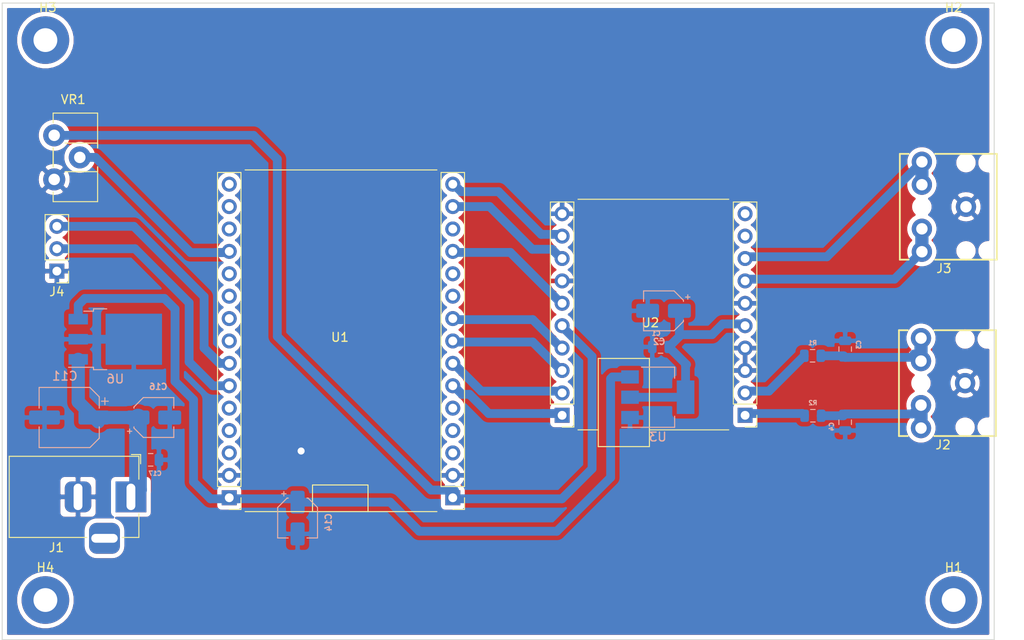
<source format=kicad_pcb>
(kicad_pcb (version 20171130) (host pcbnew "(5.1.5)-3")
  (layers (0 F.Cu signal) (31 B.Cu signal) (34 B.Paste user) (35 F.Paste user) (36 B.SilkS user) (37 F.SilkS user) (38 B.Mask user) (39 F.Mask user) (44 Edge.Cuts user))
  (net 0 "")
  (net 1 GND)
  (net 2 MCLK)
  (net 3 SCL)
  (net 4 SDA)
  (net 5 DIN)
  (net 6 DOUT)
  (net 7 LRCLK)
  (net 8 +3V3)
  (net 9 SCLK)
  (net 10 +3.3VA)
  (net 11 12V-On)
  (net 12 +5V)
  (net 13 "Net-(U1-Pad5)")
  (net 14 "Net-(C3-Pad1)")
  (net 15 "Net-(C4-Pad1)")
  (net 16 "Net-(J3-PadRING)")
  (net 17 "Net-(J3-PadTIP)")
  (net 18 "Net-(R1-Pad1)")
  (net 19 "Net-(R2-Pad1)")
  (net 20 "Net-(J4-Pad3)")
  (net 21 "Net-(J4-Pad2)")
  (module Xenir:ESP32-15Pin (layer F.Cu) (at 154.4 87.4 180)
    (fp_text reference U1 (at 0 22) (layer F.SilkS))
    (fp_text value ESP32-15-PIN)
    (fp_line (start -11 40.9778) (end 10.75 40.9778) (layer F.SilkS) (width 0.12))
    (fp_line (start -11 2.2278) (end 10.75 2.2278) (layer F.SilkS) (width 0.12))
    (fp_line (start 3.108 5.25) (end -3.1722 5.25) (layer F.SilkS) (width 0.12))
    (fp_line (start 3.108 2.2278) (end 3.108 5.25) (layer F.SilkS) (width 0.12))
    (fp_line (start -3.1878 5.25) (end -3.1878 2.2278) (layer F.SilkS) (width 0.12))
    (fp_line (start 11.22 40.69) (end 13.88 40.69) (layer F.SilkS) (width 0.12))
    (fp_line (start 11.22 5.07) (end 11.22 40.69) (layer F.SilkS) (width 0.12))
    (fp_line (start 11.22 3.8) (end 11.22 2.47) (layer F.SilkS) (width 0.12))
    (fp_line (start 13.88 5.07) (end 13.88 40.69) (layer F.SilkS) (width 0.12))
    (fp_line (start 11.22 5.07) (end 13.88 5.07) (layer F.SilkS) (width 0.12))
    (fp_line (start 11.22 2.47) (end 12.55 2.47) (layer F.SilkS) (width 0.12))
    (fp_line (start -14.13 40.69) (end -11.47 40.69) (layer F.SilkS) (width 0.12))
    (fp_line (start -14.13 5.07) (end -14.13 40.69) (layer F.SilkS) (width 0.12))
    (fp_line (start -14.13 3.8) (end -14.13 2.47) (layer F.SilkS) (width 0.12))
    (fp_line (start -11.47 5.07) (end -11.47 40.69) (layer F.SilkS) (width 0.12))
    (fp_line (start -14.13 5.07) (end -11.47 5.07) (layer F.SilkS) (width 0.12))
    (fp_line (start -14.13 2.47) (end -12.8 2.47) (layer F.SilkS) (width 0.12))
    (pad 5 thru_hole oval (at 12.55 31.74 180) (size 1.7 1.7) (drill 1) (layers *.Cu *.Mask) (net 13 "Net-(U1-Pad5)"))
    (pad 4 thru_hole oval (at 12.55 34.28 180) (size 1.7 1.7) (drill 1) (layers *.Cu *.Mask))
    (pad 12 thru_hole oval (at 12.55 13.96 180) (size 1.7 1.7) (drill 1) (layers *.Cu *.Mask))
    (pad 3 thru_hole oval (at 12.55 36.82 180) (size 1.7 1.7) (drill 1) (layers *.Cu *.Mask))
    (pad 2 thru_hole oval (at 12.55 39.36 180) (size 1.7 1.7) (drill 1) (layers *.Cu *.Mask))
    (pad 13 thru_hole oval (at 12.55 11.42 180) (size 1.7 1.7) (drill 1) (layers *.Cu *.Mask))
    (pad 7 thru_hole oval (at 12.55 26.66 180) (size 1.7 1.7) (drill 1) (layers *.Cu *.Mask))
    (pad 6 thru_hole oval (at 12.55 29.2 180) (size 1.7 1.7) (drill 1) (layers *.Cu *.Mask))
    (pad 10 thru_hole oval (at 12.55 19.04 180) (size 1.7 1.7) (drill 1) (layers *.Cu *.Mask) (net 20 "Net-(J4-Pad3)"))
    (pad 8 thru_hole oval (at 12.55 24.12 180) (size 1.7 1.7) (drill 1) (layers *.Cu *.Mask))
    (pad 19 thru_hole rect (at 12.55 3.8 180) (size 1.7 1.7) (drill 1) (layers *.Cu *.Mask) (net 12 +5V))
    (pad 11 thru_hole oval (at 12.55 16.5 180) (size 1.7 1.7) (drill 1) (layers *.Cu *.Mask) (net 21 "Net-(J4-Pad2)"))
    (pad 14 thru_hole oval (at 12.55 6.34 180) (size 1.7 1.7) (drill 1) (layers *.Cu *.Mask) (net 1 GND))
    (pad 15 thru_hole oval (at 12.55 8.88 180) (size 1.7 1.7) (drill 1) (layers *.Cu *.Mask))
    (pad 9 thru_hole oval (at 12.55 21.58 180) (size 1.7 1.7) (drill 1) (layers *.Cu *.Mask))
    (pad 24 thru_hole oval (at -12.8 31.74 180) (size 1.7 1.7) (drill 1) (layers *.Cu *.Mask) (net 2 MCLK))
    (pad 23 thru_hole oval (at -12.8 34.28 180) (size 1.7 1.7) (drill 1) (layers *.Cu *.Mask))
    (pad 32 thru_hole oval (at -12.8 13.96 180) (size 1.7 1.7) (drill 1) (layers *.Cu *.Mask))
    (pad 22 thru_hole oval (at -12.8 36.82 180) (size 1.7 1.7) (drill 1) (layers *.Cu *.Mask) (net 3 SCL))
    (pad 21 thru_hole oval (at -12.8 39.36 180) (size 1.7 1.7) (drill 1) (layers *.Cu *.Mask) (net 4 SDA))
    (pad 34 thru_hole oval (at -12.8 11.42 180) (size 1.7 1.7) (drill 1) (layers *.Cu *.Mask))
    (pad 27 thru_hole oval (at -12.8 26.66 180) (size 1.7 1.7) (drill 1) (layers *.Cu *.Mask))
    (pad 25 thru_hole oval (at -12.8 29.2 180) (size 1.7 1.7) (drill 1) (layers *.Cu *.Mask))
    (pad 30 thru_hole oval (at -12.8 19.04 180) (size 1.7 1.7) (drill 1) (layers *.Cu *.Mask) (net 7 LRCLK))
    (pad 28 thru_hole oval (at -12.8 24.12 180) (size 1.7 1.7) (drill 1) (layers *.Cu *.Mask) (net 9 SCLK))
    (pad 1 thru_hole rect (at -12.8 3.8 180) (size 1.7 1.7) (drill 1) (layers *.Cu *.Mask) (net 8 +3V3))
    (pad 31 thru_hole oval (at -12.8 16.5 180) (size 1.7 1.7) (drill 1) (layers *.Cu *.Mask) (net 6 DOUT))
    (pad 14 thru_hole oval (at -12.8 6.34 180) (size 1.7 1.7) (drill 1) (layers *.Cu *.Mask) (net 1 GND))
    (pad 35 thru_hole oval (at -12.8 8.88 180) (size 1.7 1.7) (drill 1) (layers *.Cu *.Mask))
    (pad 29 thru_hole oval (at -12.8 21.58 180) (size 1.7 1.7) (drill 1) (layers *.Cu *.Mask) (net 5 DIN))
  )
  (module Xenir:PCBArtist-ES8388 (layer F.Cu) (at 190.1 67 180)
    (fp_text reference U2 (at 0.5 3.25) (layer F.SilkS))
    (fp_text value PCBARTISTS-ES8388)
    (fp_line (start 6.4 -8.9) (end 8.7 -8.9) (layer F.SilkS) (width 0.12))
    (fp_line (start 6.4 -0.8) (end 6.4 -10.8) (layer F.SilkS) (width 0.12))
    (fp_line (start 0.6 -0.8) (end 0.6 -10.8) (layer F.SilkS) (width 0.12))
    (fp_line (start 0.6 -0.8) (end 6.4 -0.8) (layer F.SilkS) (width 0.12))
    (fp_line (start 0.6 -10.8) (end 6.4 -10.8) (layer F.SilkS) (width 0.12))
    (fp_line (start -8.4 -8.9) (end 0.6 -8.9) (layer F.SilkS) (width 0.12))
    (fp_line (start -8.4 17.25) (end 8.7 17.25) (layer F.SilkS) (width 0.12))
    (fp_line (start 9.17 -7.25) (end 9.17 -8.58) (layer F.SilkS) (width 0.12))
    (fp_line (start 9.17 -8.58) (end 10.5 -8.58) (layer F.SilkS) (width 0.12))
    (fp_line (start 9.17 -5.98) (end 9.17 16.94) (layer F.SilkS) (width 0.12))
    (fp_line (start 9.17 16.94) (end 11.83 16.94) (layer F.SilkS) (width 0.12))
    (fp_line (start 9.17 -5.98) (end 11.83 -5.98) (layer F.SilkS) (width 0.12))
    (fp_line (start 11.83 -5.98) (end 11.83 16.94) (layer F.SilkS) (width 0.12))
    (fp_line (start -11.58 -7.25) (end -11.58 -8.58) (layer F.SilkS) (width 0.12))
    (fp_line (start -11.58 -8.58) (end -10.25 -8.58) (layer F.SilkS) (width 0.12))
    (fp_line (start -11.58 -5.98) (end -11.58 16.94) (layer F.SilkS) (width 0.12))
    (fp_line (start -11.58 16.94) (end -8.92 16.94) (layer F.SilkS) (width 0.12))
    (fp_line (start -11.58 -5.98) (end -8.92 -5.98) (layer F.SilkS) (width 0.12))
    (fp_line (start -8.92 -5.98) (end -8.92 16.94) (layer F.SilkS) (width 0.12))
    (pad 8 thru_hole rect (at 10.5 -7.25 180) (size 1.7 1.7) (drill 1) (layers *.Cu *.Mask) (net 6 DOUT))
    (pad 7 thru_hole oval (at 10.5 -4.71 180) (size 1.7 1.7) (drill 1) (layers *.Cu *.Mask) (net 7 LRCLK))
    (pad 6 thru_hole oval (at 10.5 -2.17 180) (size 1.7 1.7) (drill 1) (layers *.Cu *.Mask) (net 5 DIN))
    (pad 5 thru_hole oval (at 10.5 0.37 180) (size 1.7 1.7) (drill 1) (layers *.Cu *.Mask) (net 9 SCLK))
    (pad 2 thru_hole oval (at 10.5 2.91 180) (size 1.7 1.7) (drill 1) (layers *.Cu *.Mask) (net 8 +3V3))
    (pad 27 thru_hole oval (at 10.5 13.07 180) (size 1.7 1.7) (drill 1) (layers *.Cu *.Mask) (net 4 SDA))
    (pad 1 thru_hole oval (at 10.5 5.45 180) (size 1.7 1.7) (drill 1) (layers *.Cu *.Mask) (net 2 MCLK))
    (pad 4 thru_hole oval (at 10.5 7.99 180) (size 1.7 1.7) (drill 1) (layers *.Cu *.Mask) (net 1 GND))
    (pad 4 thru_hole oval (at 10.5 15.61 180) (size 1.7 1.7) (drill 1) (layers *.Cu *.Mask) (net 1 GND))
    (pad 28 thru_hole oval (at 10.5 10.53 180) (size 1.7 1.7) (drill 1) (layers *.Cu *.Mask) (net 3 SCL))
    (pad 14 thru_hole rect (at -10.25 -7.25 180) (size 1.7 1.7) (drill 1) (layers *.Cu *.Mask) (net 19 "Net-(R2-Pad1)"))
    (pad 15 thru_hole oval (at -10.25 -4.71 180) (size 1.7 1.7) (drill 1) (layers *.Cu *.Mask) (net 18 "Net-(R1-Pad1)"))
    (pad 4 thru_hole oval (at -10.25 -2.17 180) (size 1.7 1.7) (drill 1) (layers *.Cu *.Mask) (net 1 GND))
    (pad 4 thru_hole oval (at -10.25 0.37 180) (size 1.7 1.7) (drill 1) (layers *.Cu *.Mask) (net 1 GND))
    (pad 17 thru_hole oval (at -10.25 2.91 270) (size 1.7 1.7) (drill 1) (layers *.Cu *.Mask) (net 10 +3.3VA))
    (pad 23 thru_hole oval (at -10.25 13.07 180) (size 1.7 1.7) (drill 1) (layers *.Cu *.Mask))
    (pad 4 thru_hole oval (at -10.25 5.45 180) (size 1.7 1.7) (drill 1) (layers *.Cu *.Mask) (net 1 GND))
    (pad 21 thru_hole oval (at -10.25 7.99 180) (size 1.7 1.7) (drill 1) (layers *.Cu *.Mask) (net 16 "Net-(J3-PadRING)"))
    (pad 24 thru_hole oval (at -10.25 15.61 180) (size 1.7 1.7) (drill 1) (layers *.Cu *.Mask))
    (pad 22 thru_hole oval (at -10.25 10.53 180) (size 1.7 1.7) (drill 1) (layers *.Cu *.Mask) (net 17 "Net-(J3-PadTIP)"))
  )
  (module MountingHole:MountingHole_2.7mm_M2.5_Pad (layer F.Cu) (at 121 95.2)
    (fp_text reference H4 (at 0 -3.7) (layer F.SilkS))
    (fp_text value MountingHole)
    (pad 1 thru_hole circle (at 0 0) (size 5.4 5.4) (drill 2.7) (layers *.Cu *.Mask))
  )
  (module MountingHole:MountingHole_2.7mm_M2.5_Pad (layer F.Cu) (at 121.275001 31.7)
    (fp_text reference H3 (at 0 -3.7) (layer F.SilkS))
    (fp_text value MountingHole)
    (pad 1 thru_hole circle (at -0.275001 0) (size 5.4 5.4) (drill 2.7) (layers *.Cu *.Mask))
  )
  (module MountingHole:MountingHole_2.7mm_M2.5_Pad (layer F.Cu) (at 224 31.7)
    (fp_text reference H2 (at 0 -3.7) (layer F.SilkS))
    (fp_text value MountingHole)
    (pad 1 thru_hole circle (at 0 0) (size 5.4 5.4) (drill 2.7) (layers *.Cu *.Mask))
  )
  (module MountingHole:MountingHole_2.7mm_M2.5_Pad (layer F.Cu) (at 224 95.2)
    (fp_text reference H1 (at 0 -3.7) (layer F.SilkS))
    (fp_text value MountingHole)
    (pad 1 thru_hole circle (at 0 0) (size 5.4 5.4) (drill 2.7) (layers *.Cu *.Mask))
  )
  (module "Xenir:Trimpot Vertical" (layer F.Cu) (at 123.397 39.706)
    (fp_text reference VR1 (at 0.762 -1.27) (layer F.SilkS))
    (fp_text value Trimpot)
    (fp_line (start -0.16 3.674) (end 3.523 3.674) (layer F.SilkS) (width 0.12))
    (fp_line (start 3.523 6.367) (end 3.523 6.914) (layer F.SilkS) (width 0.12))
    (fp_line (start -1.518 0.273) (end 3.523 0.273) (layer F.SilkS) (width 0.12))
    (fp_line (start 3.523 3.674) (end 3.523 4.222) (layer F.SilkS) (width 0.12))
    (fp_line (start -1.518 4.22) (end -1.518 6.369) (layer F.SilkS) (width 0.12))
    (fp_line (start 3.523 0.273) (end 3.523 4.222) (layer F.SilkS) (width 0.12))
    (fp_line (start 3.523 6.367) (end 3.523 10.314) (layer F.SilkS) (width 0.12))
    (fp_line (start -1.518 10.314) (end 3.523 10.314) (layer F.SilkS) (width 0.12))
    (fp_line (start -0.16 6.914) (end 3.523 6.914) (layer F.SilkS) (width 0.12))
    (fp_line (start -1.518 0.273) (end -1.518 1.368) (layer F.SilkS) (width 0.12))
    (fp_line (start -1.518 4.22) (end -1.518 6.369) (layer F.SilkS) (width 0.12))
    (fp_line (start -1.518 9.219) (end -1.518 10.314) (layer F.SilkS) (width 0.12))
    (pad 1 thru_hole circle (at -1.397 2.794) (size 2.5 2.5) (drill 1.3) (layers *.Cu *.Mask) (net 8 +3V3))
    (pad 3 thru_hole circle (at -1.397 7.794) (size 2.5 2.5) (drill 1.3) (layers *.Cu *.Mask) (net 1 GND))
    (pad 2 thru_hole circle (at 1.503 5.294) (size 2.5 2.5) (drill 1.3) (layers *.Cu *.Mask) (net 13 "Net-(U1-Pad5)"))
  )
  (module Connector_PinHeader_2.54mm:PinHeader_1x03_P2.54mm_Vertical (layer F.Cu) (at 122.3 57.9 180)
    (fp_text reference J4 (at 0 -2.33) (layer F.SilkS))
    (fp_text value Conn_01x03)
    (fp_line (start -1.33 -1.33) (end 0 -1.33) (layer F.SilkS) (width 0.12))
    (fp_line (start -1.33 0) (end -1.33 -1.33) (layer F.SilkS) (width 0.12))
    (fp_line (start -1.33 1.27) (end 1.33 1.27) (layer F.SilkS) (width 0.12))
    (fp_line (start 1.33 1.27) (end 1.33 6.41) (layer F.SilkS) (width 0.12))
    (fp_line (start -1.33 1.27) (end -1.33 6.41) (layer F.SilkS) (width 0.12))
    (fp_line (start -1.33 6.41) (end 1.33 6.41) (layer F.SilkS) (width 0.12))
    (pad 3 thru_hole oval (at 0 5.08 180) (size 1.7 1.7) (drill 1) (layers *.Cu *.Mask) (net 20 "Net-(J4-Pad3)"))
    (pad 2 thru_hole oval (at 0 2.54 180) (size 1.7 1.7) (drill 1) (layers *.Cu *.Mask) (net 21 "Net-(J4-Pad2)"))
    (pad 1 thru_hole rect (at 0 0 180) (size 1.7 1.7) (drill 1) (layers *.Cu *.Mask) (net 1 GND))
  )
  (module "Xenir:Resistor 0805" (layer B.Cu) (at 208.0375 76.84)
    (fp_text reference R2 (at 0 -4) (layer B.SilkS) (effects (font (size 0.5 0.5) (thickness 0.125)) (justify mirror)))
    (fp_text value 100)
    (fp_line (start -0.258578 -1.83) (end 0.258578 -1.83) (layer B.SilkS) (width 0.12))
    (fp_line (start -0.258578 -3.25) (end 0.258578 -3.25) (layer B.SilkS) (width 0.12))
    (pad 2 smd roundrect (at 0.9375 -2.54) (size 0.975 1.4) (layers B.Cu B.Paste B.Mask) (net 15 "Net-(C4-Pad1)"))
    (pad 1 smd roundrect (at -0.9375 -2.54) (size 0.975 1.4) (layers B.Cu B.Paste B.Mask) (net 19 "Net-(R2-Pad1)"))
  )
  (module "Xenir:Resistor 0805" (layer B.Cu) (at 208 70.04)
    (fp_text reference R1 (at 0 -4) (layer B.SilkS) (effects (font (size 0.5 0.5) (thickness 0.125)) (justify mirror)))
    (fp_text value 100)
    (fp_line (start -0.258578 -1.83) (end 0.258578 -1.83) (layer B.SilkS) (width 0.12))
    (fp_line (start -0.258578 -3.25) (end 0.258578 -3.25) (layer B.SilkS) (width 0.12))
    (pad 2 smd roundrect (at 0.9375 -2.54) (size 0.975 1.4) (layers B.Cu B.Paste B.Mask) (net 14 "Net-(C3-Pad1)"))
    (pad 1 smd roundrect (at -0.9375 -2.54) (size 0.975 1.4) (layers B.Cu B.Paste B.Mask) (net 18 "Net-(R1-Pad1)"))
  )
  (module Xenir:Audio_Jack (layer F.Cu) (at 223.4 59.1 180)
    (fp_text reference J3 (at 0.5 1.5) (layer F.SilkS))
    (fp_text value Audio_Jack)
    (fp_line (start -5.5 2.5) (end -5.5 14.5) (layer F.SilkS) (width 0.2032))
    (fp_line (start 5.5 2.5) (end 5.5 14.5) (layer F.SilkS) (width 0.2032))
    (fp_line (start -5.5 14.5) (end 1.5 14.5) (layer F.SilkS) (width 0.2032))
    (fp_line (start 5.5 14.5) (end 4.5 14.5) (layer F.SilkS) (width 0.2032))
    (fp_line (start 5.5 2.5) (end 4.5 2.5) (layer F.SilkS) (width 0.2032))
    (fp_line (start -5.5 2.5) (end 1.5 2.5) (layer F.SilkS) (width 0.2032))
    (pad "" np_thru_hole circle (at -4.5 3.5 180) (size 1.2 1.2) (drill 1.2) (layers *.Cu *.Mask))
    (pad "" np_thru_hole circle (at -2 3.5 180) (size 1.2 1.2) (drill 1.2) (layers *.Cu *.Mask))
    (pad RING thru_hole circle (at 3 3.4 180) (size 2.3 2.3) (drill 1.3) (layers *.Cu *.Mask) (net 16 "Net-(J3-PadRING)"))
    (pad "" np_thru_hole circle (at 3 8.5 180) (size 1.2 1.2) (drill 1.2) (layers *.Cu *.Mask))
    (pad SLEEVE thru_hole circle (at -2 8.5 180) (size 2.3 2.3) (drill 1.3) (layers *.Cu *.Mask) (net 1 GND))
    (pad "" np_thru_hole circle (at -2 13.5 180) (size 1.2 1.2) (drill 1.2) (layers *.Cu *.Mask))
    (pad TIP thru_hole circle (at 3 13.6 180) (size 2.3 2.3) (drill 1.3) (layers *.Cu *.Mask) (net 17 "Net-(J3-PadTIP)"))
    (pad TSH thru_hole circle (at 3 11 180) (size 2.3 2.3) (drill 1.3) (layers *.Cu *.Mask) (net 17 "Net-(J3-PadTIP)"))
    (pad "" np_thru_hole circle (at -4.5 13.5 180) (size 1.2 1.2) (drill 1.2) (layers *.Cu *.Mask))
    (pad RSH thru_hole circle (at 3 6 180) (size 2.3 2.3) (drill 1.3) (layers *.Cu *.Mask) (net 16 "Net-(J3-PadRING)"))
  )
  (module Xenir:Audio_Jack (layer F.Cu) (at 223.3 79.1 180)
    (fp_text reference J2 (at 0.5 1.5) (layer F.SilkS))
    (fp_text value Audio_Jack)
    (fp_line (start -5.5 2.5) (end -5.5 14.5) (layer F.SilkS) (width 0.2032))
    (fp_line (start 5.5 2.5) (end 5.5 14.5) (layer F.SilkS) (width 0.2032))
    (fp_line (start -5.5 14.5) (end 1.5 14.5) (layer F.SilkS) (width 0.2032))
    (fp_line (start 5.5 14.5) (end 4.5 14.5) (layer F.SilkS) (width 0.2032))
    (fp_line (start 5.5 2.5) (end 4.5 2.5) (layer F.SilkS) (width 0.2032))
    (fp_line (start -5.5 2.5) (end 1.5 2.5) (layer F.SilkS) (width 0.2032))
    (pad "" np_thru_hole circle (at -4.5 3.5 180) (size 1.2 1.2) (drill 1.2) (layers *.Cu *.Mask))
    (pad "" np_thru_hole circle (at -2 3.5 180) (size 1.2 1.2) (drill 1.2) (layers *.Cu *.Mask))
    (pad RING thru_hole circle (at 3 3.4 180) (size 2.3 2.3) (drill 1.3) (layers *.Cu *.Mask) (net 15 "Net-(C4-Pad1)"))
    (pad "" np_thru_hole circle (at 3 8.5 180) (size 1.2 1.2) (drill 1.2) (layers *.Cu *.Mask))
    (pad SLEEVE thru_hole circle (at -2 8.5 180) (size 2.3 2.3) (drill 1.3) (layers *.Cu *.Mask) (net 1 GND))
    (pad "" np_thru_hole circle (at -2 13.5 180) (size 1.2 1.2) (drill 1.2) (layers *.Cu *.Mask))
    (pad TIP thru_hole circle (at 3 13.6 180) (size 2.3 2.3) (drill 1.3) (layers *.Cu *.Mask) (net 14 "Net-(C3-Pad1)"))
    (pad TSH thru_hole circle (at 3 11 180) (size 2.3 2.3) (drill 1.3) (layers *.Cu *.Mask) (net 14 "Net-(C3-Pad1)"))
    (pad "" np_thru_hole circle (at -4.5 13.5 180) (size 1.2 1.2) (drill 1.2) (layers *.Cu *.Mask))
    (pad RSH thru_hole circle (at 3 6 180) (size 2.3 2.3) (drill 1.3) (layers *.Cu *.Mask) (net 15 "Net-(C4-Pad1)"))
  )
  (module "Xenir:Capacitor 0805" (layer B.Cu) (at 209.16 75.0375 270)
    (fp_text reference C4 (at 0.5 -1 90) (layer B.SilkS) (effects (font (size 0.5 0.5) (thickness 0.125)) (justify mirror)))
    (fp_text value .1uF)
    (fp_line (start -0.258578 -3.25) (end 0.258578 -3.25) (layer B.SilkS) (width 0.12))
    (fp_line (start -0.258578 -1.83) (end 0.258578 -1.83) (layer B.SilkS) (width 0.12))
    (pad 2 smd roundrect (at 0.9375 -2.54 270) (size 0.975 1.4) (layers B.Cu B.Paste B.Mask) (net 1 GND))
    (pad 1 smd roundrect (at -0.9375 -2.54 270) (size 0.975 1.4) (layers B.Cu B.Paste B.Mask) (net 15 "Net-(C4-Pad1)"))
  )
  (module "Xenir:Capacitor 0805" (layer B.Cu) (at 214.24 66.7375 90)
    (fp_text reference C3 (at 0.5 -1 90) (layer B.SilkS) (effects (font (size 0.5 0.5) (thickness 0.125)) (justify mirror)))
    (fp_text value .1uF)
    (fp_line (start -0.258578 -3.25) (end 0.258578 -3.25) (layer B.SilkS) (width 0.12))
    (fp_line (start -0.258578 -1.83) (end 0.258578 -1.83) (layer B.SilkS) (width 0.12))
    (pad 2 smd roundrect (at 0.9375 -2.54 90) (size 0.975 1.4) (layers B.Cu B.Paste B.Mask) (net 1 GND))
    (pad 1 smd roundrect (at -0.9375 -2.54 90) (size 0.975 1.4) (layers B.Cu B.Paste B.Mask) (net 14 "Net-(C3-Pad1)"))
  )
  (module Package_TO_SOT_SMD:TO-252-3_TabPin2 (layer B.Cu) (at 128.925 65.625)
    (fp_text reference U6 (at 0 4.5) (layer B.SilkS) (effects (justify mirror)))
    (fp_text value MCP1703A-2502_SOT223)
    (fp_line (start -2.47 -3.18) (end -3.57 -3.18) (layer B.SilkS) (width 0.12))
    (fp_line (start -2.47 -3.45) (end -2.47 -3.18) (layer B.SilkS) (width 0.12))
    (fp_line (start -0.97 -3.45) (end -2.47 -3.45) (layer B.SilkS) (width 0.12))
    (fp_line (start -2.47 3.18) (end -5.3 3.18) (layer B.SilkS) (width 0.12))
    (fp_line (start -2.47 3.45) (end -2.47 3.18) (layer B.SilkS) (width 0.12))
    (fp_line (start -0.97 3.45) (end -2.47 3.45) (layer B.SilkS) (width 0.12))
    (pad 2 smd rect (at 2.1 0) (size 6.4 5.8) (layers B.Cu B.Mask) (net 1 GND))
    (pad 3 smd rect (at -4.2 -2.28) (size 2.2 1.2) (layers B.Cu B.Paste B.Mask) (net 12 +5V))
    (pad 2 smd rect (at -4.2 0) (size 2.2 1.2) (layers B.Cu B.Paste B.Mask) (net 1 GND))
    (pad 1 smd rect (at -4.2 2.28) (size 2.2 1.2) (layers B.Cu B.Paste B.Mask) (net 11 12V-On))
  )
  (module Package_TO_SOT_SMD:SOT-223-3_TabPin2 (layer B.Cu) (at 190.45 72.2)
    (fp_text reference U3 (at 0 4.5) (layer B.SilkS) (effects (justify mirror)))
    (fp_text value AMS1117)
    (fp_line (start -4.1 3.41) (end 1.91 3.41) (layer B.SilkS) (width 0.12))
    (fp_line (start -1.85 -3.41) (end 1.91 -3.41) (layer B.SilkS) (width 0.12))
    (fp_line (start 1.91 3.41) (end 1.91 2.15) (layer B.SilkS) (width 0.12))
    (fp_line (start 1.91 -3.41) (end 1.91 -2.15) (layer B.SilkS) (width 0.12))
    (pad 1 smd rect (at -3.15 2.3) (size 2 1.5) (layers B.Cu B.Paste B.Mask) (net 1 GND))
    (pad 3 smd rect (at -3.15 -2.3) (size 2 1.5) (layers B.Cu B.Paste B.Mask) (net 12 +5V))
    (pad 2 smd rect (at -3.15 0) (size 2 1.5) (layers B.Cu B.Paste B.Mask) (net 10 +3.3VA))
    (pad 2 smd rect (at 3.15 0) (size 2 3.8) (layers B.Cu B.Paste B.Mask) (net 10 +3.3VA))
  )
  (module Connector_BarrelJack:BarrelJack_Horizontal (layer F.Cu) (at 130.7 83.5)
    (fp_text reference J1 (at -8.45 5.75) (layer F.SilkS))
    (fp_text value Jack-DC)
    (fp_line (start 0.9 -4.6) (end 0.9 -2) (layer F.SilkS) (width 0.12))
    (fp_line (start -13.8 -4.6) (end 0.9 -4.6) (layer F.SilkS) (width 0.12))
    (fp_line (start 0.9 4.6) (end -1 4.6) (layer F.SilkS) (width 0.12))
    (fp_line (start 0.9 1.9) (end 0.9 4.6) (layer F.SilkS) (width 0.12))
    (fp_line (start -13.8 4.6) (end -13.8 -4.6) (layer F.SilkS) (width 0.12))
    (fp_line (start -5 4.6) (end -13.8 4.6) (layer F.SilkS) (width 0.12))
    (fp_line (start 0.05 -4.8) (end 1.1 -4.8) (layer F.SilkS) (width 0.12))
    (fp_line (start 1.1 -3.75) (end 1.1 -4.8) (layer F.SilkS) (width 0.12))
    (pad 3 thru_hole roundrect (at -3 4.7) (size 3.5 3.5) (drill oval 3 1) (layers *.Cu *.Mask))
    (pad 2 thru_hole roundrect (at -6 0) (size 3 3.5) (drill oval 1 3) (layers *.Cu *.Mask) (net 1 GND))
    (pad 1 thru_hole rect (at 0 0) (size 3.5 3.5) (drill oval 1 3) (layers *.Cu *.Mask) (net 11 12V-On))
  )
  (module "Xenir:Capacitor 0805" (layer B.Cu) (at 132.9375 81.84)
    (fp_text reference C17 (at 0.5 -1) (layer B.SilkS) (effects (font (size 0.5 0.5) (thickness 0.125)) (justify mirror)))
    (fp_text value .1uF)
    (fp_line (start -0.258578 -3.25) (end 0.258578 -3.25) (layer B.SilkS) (width 0.12))
    (fp_line (start -0.258578 -1.83) (end 0.258578 -1.83) (layer B.SilkS) (width 0.12))
    (pad 2 smd roundrect (at 0.9375 -2.54) (size 0.975 1.4) (layers B.Cu B.Paste B.Mask) (net 1 GND))
    (pad 1 smd roundrect (at -0.9375 -2.54) (size 0.975 1.4) (layers B.Cu B.Paste B.Mask) (net 11 12V-On))
  )
  (module Xenir:Cap_4x5.4 (layer B.Cu) (at 133.3 75)
    (fp_text reference C16 (at 0.5 -4) (layer B.SilkS) (effects (font (size 0.7 0.7)) (justify mirror)))
    (fp_text value 22uF)
    (fp_line (start -2.75 1.31) (end -2.75 0.81) (layer B.SilkS) (width 0.12))
    (fp_line (start -2.26 0.695563) (end -2.26 0.56) (layer B.SilkS) (width 0.12))
    (fp_line (start 2.26 -2.76) (end 2.26 -1.56) (layer B.SilkS) (width 0.12))
    (fp_line (start -2.26 -1.695563) (end -2.26 -1.56) (layer B.SilkS) (width 0.12))
    (fp_line (start 2.26 1.76) (end 2.26 0.56) (layer B.SilkS) (width 0.12))
    (fp_line (start -1.195563 -2.76) (end 2.26 -2.76) (layer B.SilkS) (width 0.12))
    (fp_line (start -2.26 0.695563) (end -1.195563 1.76) (layer B.SilkS) (width 0.12))
    (fp_line (start -1.195563 1.76) (end 2.26 1.76) (layer B.SilkS) (width 0.12))
    (fp_line (start -3 1.06) (end -2.5 1.06) (layer B.SilkS) (width 0.12))
    (fp_line (start -2.26 -1.695563) (end -1.195563 -2.76) (layer B.SilkS) (width 0.12))
    (pad 2 smd roundrect (at 1.8 -0.5) (size 2.6 1.6) (layers B.Cu B.Paste B.Mask) (roundrect_rratio 0.15625) (net 1 GND))
    (pad 1 smd roundrect (at -1.8 -0.5) (size 2.6 1.6) (layers B.Cu B.Paste B.Mask) (roundrect_rratio 0.15625) (net 11 12V-On))
  )
  (module Xenir:Cap_4x5.4 (layer B.Cu) (at 149.1 85.9 270)
    (fp_text reference C14 (at 0.5 -4 90) (layer B.SilkS) (effects (font (size 0.7 0.7)) (justify mirror)))
    (fp_text value 22uF)
    (fp_line (start -2.75 1.31) (end -2.75 0.81) (layer B.SilkS) (width 0.12))
    (fp_line (start -2.26 0.695563) (end -2.26 0.56) (layer B.SilkS) (width 0.12))
    (fp_line (start 2.26 -2.76) (end 2.26 -1.56) (layer B.SilkS) (width 0.12))
    (fp_line (start -2.26 -1.695563) (end -2.26 -1.56) (layer B.SilkS) (width 0.12))
    (fp_line (start 2.26 1.76) (end 2.26 0.56) (layer B.SilkS) (width 0.12))
    (fp_line (start -1.195563 -2.76) (end 2.26 -2.76) (layer B.SilkS) (width 0.12))
    (fp_line (start -2.26 0.695563) (end -1.195563 1.76) (layer B.SilkS) (width 0.12))
    (fp_line (start -1.195563 1.76) (end 2.26 1.76) (layer B.SilkS) (width 0.12))
    (fp_line (start -3 1.06) (end -2.5 1.06) (layer B.SilkS) (width 0.12))
    (fp_line (start -2.26 -1.695563) (end -1.195563 -2.76) (layer B.SilkS) (width 0.12))
    (pad 2 smd roundrect (at 1.8 -0.5 270) (size 2.6 1.6) (layers B.Cu B.Paste B.Mask) (roundrect_rratio 0.15625) (net 1 GND))
    (pad 1 smd roundrect (at -1.8 -0.5 270) (size 2.6 1.6) (layers B.Cu B.Paste B.Mask) (roundrect_rratio 0.15625) (net 12 +5V))
  )
  (module Xenir:Cap_6.3x5.4 (layer B.Cu) (at 123.8 68.4 180)
    (fp_text reference C11 (at 0.6 -1.4) (layer B.SilkS) (effects (justify mirror)))
    (fp_text value 100uF)
    (fp_line (start -3.31 -3.754437) (end -3.31 -5.04) (layer B.SilkS) (width 0.12))
    (fp_line (start -3.31 -3.754437) (end -2.245563 -2.69) (layer B.SilkS) (width 0.12))
    (fp_line (start 3.51 -2.69) (end 3.51 -5.04) (layer B.SilkS) (width 0.12))
    (fp_line (start -2.245563 -2.69) (end 3.51 -2.69) (layer B.SilkS) (width 0.12))
    (fp_line (start -4.3375 -4.2525) (end -3.55 -4.2525) (layer B.SilkS) (width 0.12))
    (fp_line (start -3.31 -8.445563) (end -2.245563 -9.51) (layer B.SilkS) (width 0.12))
    (fp_line (start -3.94375 -3.85875) (end -3.94375 -4.64625) (layer B.SilkS) (width 0.12))
    (fp_line (start 3.51 -9.51) (end 3.51 -7.16) (layer B.SilkS) (width 0.12))
    (fp_line (start -2.245563 -9.51) (end 3.51 -9.51) (layer B.SilkS) (width 0.12))
    (fp_line (start -3.31 -8.445563) (end -3.31 -7.16) (layer B.SilkS) (width 0.12))
    (pad 2 smd roundrect (at 2.9 -6.1 180) (size 3.5 1.6) (layers B.Cu B.Paste B.Mask) (roundrect_rratio 0.15625) (net 1 GND))
    (pad 1 smd roundrect (at -2.7 -6.1 180) (size 3.5 1.6) (layers B.Cu B.Paste B.Mask) (roundrect_rratio 0.15625) (net 11 12V-On))
  )
  (module Xenir:Cap_4x5.4 (layer B.Cu) (at 191.1 61.9 180)
    (fp_text reference C2 (at 0.5 -4) (layer B.SilkS) (effects (font (size 0.7 0.7)) (justify mirror)))
    (fp_text value 22uF)
    (fp_line (start -2.75 1.31) (end -2.75 0.81) (layer B.SilkS) (width 0.12))
    (fp_line (start -2.26 0.695563) (end -2.26 0.56) (layer B.SilkS) (width 0.12))
    (fp_line (start 2.26 -2.76) (end 2.26 -1.56) (layer B.SilkS) (width 0.12))
    (fp_line (start -2.26 -1.695563) (end -2.26 -1.56) (layer B.SilkS) (width 0.12))
    (fp_line (start 2.26 1.76) (end 2.26 0.56) (layer B.SilkS) (width 0.12))
    (fp_line (start -1.195563 -2.76) (end 2.26 -2.76) (layer B.SilkS) (width 0.12))
    (fp_line (start -2.26 0.695563) (end -1.195563 1.76) (layer B.SilkS) (width 0.12))
    (fp_line (start -1.195563 1.76) (end 2.26 1.76) (layer B.SilkS) (width 0.12))
    (fp_line (start -3 1.06) (end -2.5 1.06) (layer B.SilkS) (width 0.12))
    (fp_line (start -2.26 -1.695563) (end -1.195563 -2.76) (layer B.SilkS) (width 0.12))
    (pad 2 smd roundrect (at 1.8 -0.5 180) (size 2.6 1.6) (layers B.Cu B.Paste B.Mask) (roundrect_rratio 0.15625) (net 1 GND))
    (pad 1 smd roundrect (at -1.8 -0.5 180) (size 2.6 1.6) (layers B.Cu B.Paste B.Mask) (roundrect_rratio 0.15625) (net 10 +3.3VA))
  )
  (module "Xenir:Capacitor 0805" (layer B.Cu) (at 190.7625 63.96 180)
    (fp_text reference C1 (at 0.5 -1) (layer B.SilkS) (effects (font (size 0.5 0.5) (thickness 0.125)) (justify mirror)))
    (fp_text value .1uF)
    (fp_line (start -0.258578 -3.25) (end 0.258578 -3.25) (layer B.SilkS) (width 0.12))
    (fp_line (start -0.258578 -1.83) (end 0.258578 -1.83) (layer B.SilkS) (width 0.12))
    (pad 2 smd roundrect (at 0.9375 -2.54 180) (size 0.975 1.4) (layers B.Cu B.Paste B.Mask) (net 1 GND))
    (pad 1 smd roundrect (at -0.9375 -2.54 180) (size 0.975 1.4) (layers B.Cu B.Paste B.Mask) (net 10 +3.3VA))
  )
  (gr_line (start 228.6 27.5) (end 228.6 99.7) (layer Edge.Cuts) (width 0.1))
  (gr_line (start 116.1 27.5) (end 228.6 27.5) (layer Edge.Cuts) (width 0.1))
  (gr_line (start 116.1 99.7) (end 116.1 27.5) (layer Edge.Cuts) (width 0.1))
  (gr_line (start 228.6 99.7) (end 116.1 99.7) (layer Edge.Cuts) (width 0.1))
  (via (at 150 78.3) (size 1.2) (drill 0.8) (layers F.Cu B.Cu) (net 1))
  (segment (start 124.725 65.625) (end 131.025 65.625) (width 1) (layer B.Cu) (net 1))
  (segment (start 173.73 55.78) (end 179.3 61.35) (width 1) (layer B.Cu) (net 2))
  (segment (start 167.4 55.78) (end 173.73 55.78) (width 1) (layer B.Cu) (net 2))
  (segment (start 178.450001 55.420001) (end 176.220001 55.420001) (width 1) (layer B.Cu) (net 3))
  (segment (start 179.3 56.27) (end 178.450001 55.420001) (width 1) (layer B.Cu) (net 3))
  (segment (start 171.38 50.58) (end 167.3 50.58) (width 1) (layer B.Cu) (net 3))
  (segment (start 176.220001 55.420001) (end 171.38 50.58) (width 1) (layer B.Cu) (net 3))
  (segment (start 168.149999 48.889999) (end 172.389999 48.889999) (width 1) (layer B.Cu) (net 4))
  (segment (start 167.3 48.04) (end 168.149999 48.889999) (width 1) (layer B.Cu) (net 4))
  (segment (start 177.23 53.73) (end 179.3 53.73) (width 1) (layer B.Cu) (net 4))
  (segment (start 172.389999 48.889999) (end 177.23 53.73) (width 1) (layer B.Cu) (net 4))
  (segment (start 176.27 65.94) (end 179.3 68.97) (width 1) (layer B.Cu) (net 5))
  (segment (start 167.4 65.94) (end 176.27 65.94) (width 1) (layer B.Cu) (net 5))
  (segment (start 171.27293 74.05) (end 177.45 74.05) (width 1) (layer B.Cu) (net 6))
  (segment (start 169.092929 71.869999) (end 171.27293 74.05) (width 1) (layer B.Cu) (net 6))
  (segment (start 177.45 74.05) (end 179.3 74.05) (width 1) (layer B.Cu) (net 6))
  (segment (start 168.249999 71.869999) (end 169.092929 71.869999) (width 1) (layer B.Cu) (net 6))
  (segment (start 167.4 71.02) (end 168.249999 71.869999) (width 1) (layer B.Cu) (net 6))
  (segment (start 170.43 71.51) (end 179.3 71.51) (width 1) (layer B.Cu) (net 7))
  (segment (start 167.4 68.48) (end 170.43 71.51) (width 1) (layer B.Cu) (net 7))
  (segment (start 167.4 83.72) (end 179.58 83.72) (width 1) (layer B.Cu) (net 8))
  (segment (start 179.58 83.72) (end 183 80.3) (width 1) (layer B.Cu) (net 8))
  (segment (start 183 67.59) (end 179.3 63.89) (width 1) (layer B.Cu) (net 8))
  (segment (start 183 80.3) (end 183 67.59) (width 1) (layer B.Cu) (net 8))
  (segment (start 167.330001 82.730001) (end 167.4 82.8) (width 1) (layer B.Cu) (net 8))
  (segment (start 167.4 82.8) (end 167.4 83.72) (width 1) (layer B.Cu) (net 8))
  (segment (start 147.3 45.2) (end 147.3 65.3) (width 1) (layer B.Cu) (net 8))
  (segment (start 164.730001 82.730001) (end 167.330001 82.730001) (width 1) (layer B.Cu) (net 8))
  (segment (start 147.3 65.3) (end 164.730001 82.730001) (width 1) (layer B.Cu) (net 8))
  (segment (start 144.6 42.5) (end 147.3 45.2) (width 1) (layer B.Cu) (net 8))
  (segment (start 122 42.5) (end 144.6 42.5) (width 1) (layer B.Cu) (net 8))
  (segment (start 176.27 63.4) (end 179.3 66.43) (width 1) (layer B.Cu) (net 9))
  (segment (start 167.4 63.4) (end 176.27 63.4) (width 1) (layer B.Cu) (net 9))
  (segment (start 187.3 72.2) (end 193.6 72.2) (width 1) (layer B.Cu) (net 10))
  (segment (start 191.7 66.5) (end 193.7 68.5) (width 1) (layer B.Cu) (net 10))
  (segment (start 193.6 68.6) (end 193.6 72.2) (width 1) (layer B.Cu) (net 10))
  (segment (start 193.7 68.5) (end 193.6 68.6) (width 1) (layer B.Cu) (net 10))
  (segment (start 191.7 66.5) (end 193.1 65.1) (width 1) (layer B.Cu) (net 10))
  (segment (start 192.9 64.9) (end 192.9 62.4) (width 1) (layer B.Cu) (net 10))
  (segment (start 193.1 65.1) (end 192.9 64.9) (width 1) (layer B.Cu) (net 10))
  (segment (start 193.1 65.1) (end 196.6 65.1) (width 1) (layer B.Cu) (net 10))
  (segment (start 197.81 63.89) (end 200.05 63.89) (width 1) (layer B.Cu) (net 10))
  (segment (start 196.6 65.1) (end 197.81 63.89) (width 1) (layer B.Cu) (net 10))
  (segment (start 127 75) (end 126.5 74.5) (width 1.5) (layer B.Cu) (net 11))
  (segment (start 124.725 72.725) (end 126.5 74.5) (width 1.5) (layer B.Cu) (net 11))
  (segment (start 124.725 67.905) (end 124.725 72.725) (width 1.5) (layer B.Cu) (net 11))
  (segment (start 126.5 74.5) (end 131.5 74.5) (width 1.5) (layer B.Cu) (net 11))
  (segment (start 131.5 82.7) (end 130.7 83.5) (width 2) (layer B.Cu) (net 11))
  (segment (start 131.5 74.5) (end 131.5 82.7) (width 2) (layer B.Cu) (net 11))
  (segment (start 187.3 69.9) (end 186.589998 69.9) (width 1) (layer B.Cu) (net 12))
  (segment (start 185.1 70.1) (end 185.3 69.9) (width 1) (layer B.Cu) (net 12))
  (segment (start 185.3 69.9) (end 187.3 69.9) (width 1) (layer B.Cu) (net 12))
  (segment (start 179 87.4) (end 185.1 81.3) (width 1) (layer B.Cu) (net 12))
  (segment (start 185.1 81.3) (end 185.1 70.1) (width 1) (layer B.Cu) (net 12))
  (segment (start 124.725 61.745) (end 125.47 61) (width 1) (layer B.Cu) (net 12))
  (segment (start 124.725 63.345) (end 124.725 61.745) (width 1) (layer B.Cu) (net 12))
  (segment (start 125.47 61) (end 134.5 61) (width 1) (layer B.Cu) (net 12))
  (segment (start 134.5 61) (end 135.7 62.2) (width 1) (layer B.Cu) (net 12))
  (segment (start 135.7 62.2) (end 135.7 70.4) (width 1) (layer B.Cu) (net 12))
  (segment (start 135.7 70.4) (end 137.8 72.5) (width 1) (layer B.Cu) (net 12))
  (segment (start 137.8 72.5) (end 137.8 81.8) (width 1) (layer B.Cu) (net 12))
  (segment (start 139.72 83.72) (end 142.8 83.72) (width 1) (layer B.Cu) (net 12))
  (segment (start 137.8 81.8) (end 139.72 83.72) (width 1) (layer B.Cu) (net 12))
  (segment (start 149.12 83.72) (end 149.5 84.1) (width 1) (layer B.Cu) (net 12))
  (segment (start 142.8 83.72) (end 149.12 83.72) (width 1) (layer B.Cu) (net 12))
  (segment (start 149.5 84.1) (end 160.1 84.1) (width 1) (layer B.Cu) (net 12))
  (segment (start 163.4 87.4) (end 179 87.4) (width 1) (layer B.Cu) (net 12))
  (segment (start 160.1 84.1) (end 163.4 87.4) (width 1) (layer B.Cu) (net 12))
  (segment (start 137.467766 55.8) (end 141.6 55.8) (width 1) (layer B.Cu) (net 13))
  (segment (start 126.667766 45) (end 137.467766 55.8) (width 1) (layer B.Cu) (net 13))
  (segment (start 124.9 45) (end 126.667766 45) (width 1) (layer B.Cu) (net 13))
  (segment (start 140.28 55.78) (end 141.6 55.8) (width 1) (layer B.Cu) (net 13))
  (segment (start 220.3 65.5) (end 220.3 68.1) (width 1.5) (layer B.Cu) (net 14))
  (segment (start 219.5 67.3) (end 220.3 68.1) (width 1) (layer B.Cu) (net 14))
  (segment (start 211.525 67.5) (end 211.7 67.675) (width 1) (layer B.Cu) (net 14))
  (segment (start 208.9375 67.5) (end 211.525 67.5) (width 1) (layer B.Cu) (net 14))
  (segment (start 219.875 67.675) (end 220.3 68.1) (width 1) (layer B.Cu) (net 14))
  (segment (start 211.7 67.675) (end 219.875 67.675) (width 1) (layer B.Cu) (net 14))
  (segment (start 220.3 73.1) (end 220.3 75.7) (width 1.5) (layer B.Cu) (net 15))
  (segment (start 211.5 74.3) (end 211.7 74.1) (width 1) (layer B.Cu) (net 15))
  (segment (start 208.975 74.3) (end 211.5 74.3) (width 1) (layer B.Cu) (net 15))
  (segment (start 219.3 74.1) (end 220.3 73.1) (width 1) (layer B.Cu) (net 15))
  (segment (start 211.7 74.1) (end 219.3 74.1) (width 1) (layer B.Cu) (net 15))
  (segment (start 220.4 53.1) (end 220.4 55.7) (width 1.5) (layer B.Cu) (net 16))
  (segment (start 217.29 58.81) (end 220.4 55.7) (width 1) (layer B.Cu) (net 16))
  (segment (start 200.05 58.81) (end 217.29 58.81) (width 1) (layer B.Cu) (net 16))
  (segment (start 220.4 45.5) (end 220.4 48.1) (width 1.5) (layer B.Cu) (net 17))
  (segment (start 209.63 56.27) (end 220.4 45.5) (width 1) (layer B.Cu) (net 17))
  (segment (start 200.05 56.27) (end 209.63 56.27) (width 1) (layer B.Cu) (net 17))
  (segment (start 203.0525 71.51) (end 207.0625 67.5) (width 1) (layer B.Cu) (net 18))
  (segment (start 200.05 71.51) (end 203.0525 71.51) (width 1) (layer B.Cu) (net 18))
  (segment (start 206.85 74.05) (end 207.1 74.3) (width 1) (layer B.Cu) (net 19))
  (segment (start 200.05 74.05) (end 206.85 74.05) (width 1) (layer B.Cu) (net 19))
  (segment (start 122.3 52.82) (end 131.02 52.82) (width 1) (layer B.Cu) (net 20))
  (segment (start 140.747919 68.36) (end 139 66.612081) (width 1) (layer B.Cu) (net 20))
  (segment (start 141.95 68.36) (end 140.747919 68.36) (width 1) (layer B.Cu) (net 20))
  (segment (start 139 60.8) (end 131.02 52.82) (width 1) (layer B.Cu) (net 20))
  (segment (start 139 66.612081) (end 139 60.8) (width 1) (layer B.Cu) (net 20))
  (segment (start 131.16 55.36) (end 122.3 55.36) (width 1) (layer B.Cu) (net 21))
  (segment (start 141.95 70.9) (end 140 70.9) (width 1) (layer B.Cu) (net 21))
  (segment (start 140 70.9) (end 137.3 68.2) (width 1) (layer B.Cu) (net 21))
  (segment (start 137.3 61.5) (end 131.16 55.36) (width 1) (layer B.Cu) (net 21))
  (segment (start 137.3 68.2) (end 137.3 61.5) (width 1) (layer B.Cu) (net 21))
  (zone (net 1) (net_name GND) (layer F.Cu) (connect_pads (clearance 0.508)) (min_thickness 0.254) (fill yes (arc_segments 32) (thermal_gap 0.508) (thermal_bridge_width 0.508))
    (polygon (pts (xy 228.6 99.6) (xy 116.2 99.6) (xy 116.2 27.5) (xy 228.6 27.5)))
  )
  (zone (net 1) (net_name GND) (layer B.Cu) (connect_pads (clearance 0.508)) (min_thickness 0.254) (fill yes (arc_segments 32) (thermal_gap 0.508) (thermal_bridge_width 0.508))
    (polygon (pts (xy 228.7 99.5) (xy 116.2 99.5) (xy 116.2 27.5) (xy 228.7 27.5)))
  )
)
</source>
